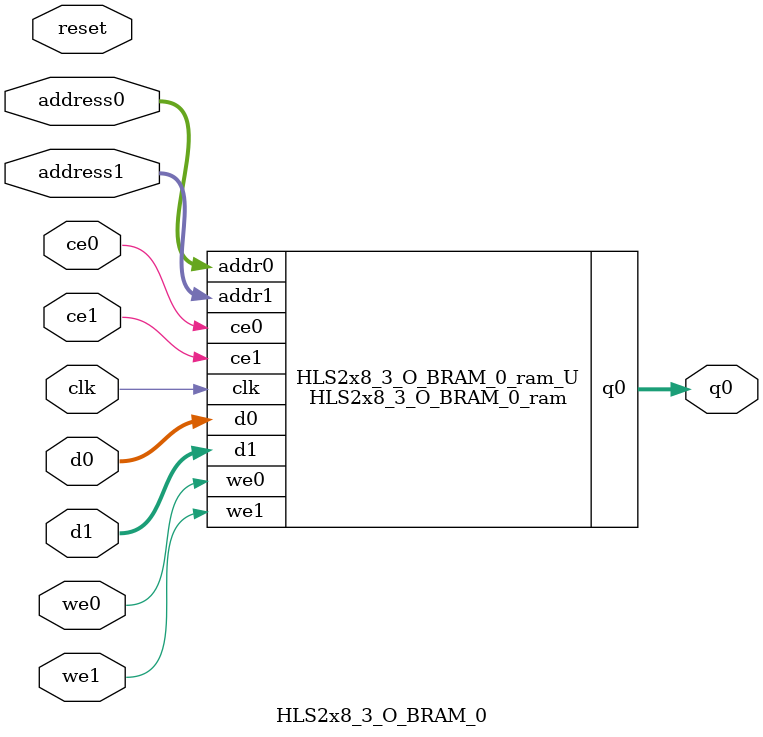
<source format=v>

`timescale 1 ns / 1 ps
module HLS2x8_3_O_BRAM_0_ram (addr0, ce0, d0, we0, q0, addr1, ce1, d1, we1,  clk);

parameter DWIDTH = 16;
parameter AWIDTH = 8;
parameter MEM_SIZE = 169;

input[AWIDTH-1:0] addr0;
input ce0;
input[DWIDTH-1:0] d0;
input we0;
output reg[DWIDTH-1:0] q0;
input[AWIDTH-1:0] addr1;
input ce1;
input[DWIDTH-1:0] d1;
input we1;
input clk;

(* ram_style = "block" *)reg [DWIDTH-1:0] ram[0:MEM_SIZE-1];




always @(posedge clk)  
begin 
    if (ce0) 
    begin
        if (we0) 
        begin 
            ram[addr0] <= d0; 
            q0 <= d0;
        end 
        else 
            q0 <= ram[addr0];
    end
end


always @(posedge clk)  
begin 
    if (ce1) 
    begin
        if (we1) 
        begin 
            ram[addr1] <= d1; 
        end 
    end
end


endmodule


`timescale 1 ns / 1 ps
module HLS2x8_3_O_BRAM_0(
    reset,
    clk,
    address0,
    ce0,
    we0,
    d0,
    q0,
    address1,
    ce1,
    we1,
    d1);

parameter DataWidth = 32'd16;
parameter AddressRange = 32'd169;
parameter AddressWidth = 32'd8;
input reset;
input clk;
input[AddressWidth - 1:0] address0;
input ce0;
input we0;
input[DataWidth - 1:0] d0;
output[DataWidth - 1:0] q0;
input[AddressWidth - 1:0] address1;
input ce1;
input we1;
input[DataWidth - 1:0] d1;



HLS2x8_3_O_BRAM_0_ram HLS2x8_3_O_BRAM_0_ram_U(
    .clk( clk ),
    .addr0( address0 ),
    .ce0( ce0 ),
    .d0( d0 ),
    .we0( we0 ),
    .q0( q0 ),
    .addr1( address1 ),
    .ce1( ce1 ),
    .d1( d1 ),
    .we1( we1 ));

endmodule


</source>
